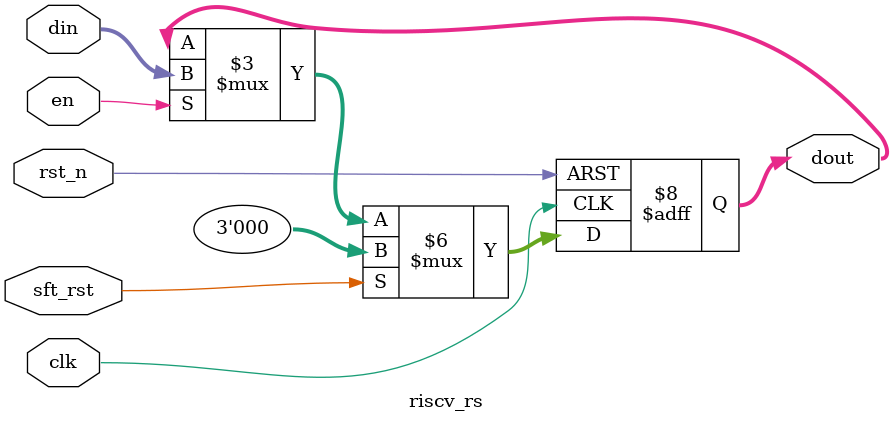
<source format=sv>
module riscv_rs #(
    parameter   DATA_WIDTH  = -1
) (
    input   logic                       clk,
    input   logic                       rst_n,
    input   logic                       sft_rst,
    input   logic   [DATA_WIDTH-1:0]    din,
    input   logic                       en,
    output  logic   [DATA_WIDTH-1:0]    dout
);

    always_ff @(posedge clk or negedge rst_n) begin
        if (!rst_n) begin
            dout <= 'd0;
        end
        else if (sft_rst) begin
            dout <= 'd0;
        end
        else if (en) begin
            dout <= din;
        end
    end

endmodule

</source>
